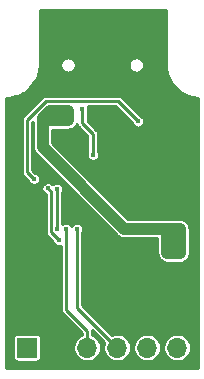
<source format=gbr>
%TF.GenerationSoftware,KiCad,Pcbnew,(5.1.9)-1*%
%TF.CreationDate,2021-05-04T17:18:08+07:00*%
%TF.ProjectId,usb_debug,7573625f-6465-4627-9567-2e6b69636164,rev?*%
%TF.SameCoordinates,Original*%
%TF.FileFunction,Copper,L2,Bot*%
%TF.FilePolarity,Positive*%
%FSLAX46Y46*%
G04 Gerber Fmt 4.6, Leading zero omitted, Abs format (unit mm)*
G04 Created by KiCad (PCBNEW (5.1.9)-1) date 2021-05-04 17:18:08*
%MOMM*%
%LPD*%
G01*
G04 APERTURE LIST*
%TA.AperFunction,ComponentPad*%
%ADD10O,1.700000X1.700000*%
%TD*%
%TA.AperFunction,ComponentPad*%
%ADD11R,1.700000X1.700000*%
%TD*%
%TA.AperFunction,ComponentPad*%
%ADD12O,1.000000X2.100000*%
%TD*%
%TA.AperFunction,ComponentPad*%
%ADD13O,1.000000X1.600000*%
%TD*%
%TA.AperFunction,ViaPad*%
%ADD14C,0.400000*%
%TD*%
%TA.AperFunction,Conductor*%
%ADD15C,1.000000*%
%TD*%
%TA.AperFunction,Conductor*%
%ADD16C,0.250000*%
%TD*%
%TA.AperFunction,Conductor*%
%ADD17C,0.254000*%
%TD*%
%TA.AperFunction,Conductor*%
%ADD18C,0.100000*%
%TD*%
G04 APERTURE END LIST*
D10*
%TO.P,J2,6*%
%TO.N,EN*%
X103890000Y-78120000D03*
%TO.P,J2,5*%
%TO.N,IO0*%
X101350000Y-78120000D03*
%TO.P,J2,4*%
%TO.N,RX0*%
X98810000Y-78120000D03*
%TO.P,J2,3*%
%TO.N,TX0*%
X96270000Y-78120000D03*
%TO.P,J2,2*%
%TO.N,GND*%
X93730000Y-78120000D03*
D11*
%TO.P,J2,1*%
%TO.N,+3V3*%
X91190000Y-78120000D03*
%TD*%
D12*
%TO.P,J1,S1*%
%TO.N,GND*%
X93220000Y-54730000D03*
X101860000Y-54730000D03*
D13*
X101860000Y-50550000D03*
X93220000Y-50550000D03*
%TD*%
D14*
%TO.N,+5V*%
X92500000Y-58839990D03*
X93180010Y-58839990D03*
X93930010Y-58839990D03*
X94660010Y-58839990D03*
X93150000Y-58060000D03*
X93930000Y-58060000D03*
X94680000Y-58060000D03*
X103000000Y-68060000D03*
X103010000Y-70000000D03*
X103960000Y-70030000D03*
X103940000Y-68070000D03*
X103950000Y-69090000D03*
X102990000Y-69080000D03*
%TO.N,GND*%
X96710000Y-62680000D03*
X100030000Y-60240000D03*
X101160000Y-60230000D03*
%TO.N,RX0*%
X95414990Y-68060000D03*
%TO.N,TX0*%
X94490000Y-68060000D03*
%TO.N,D+*%
X95850000Y-57900000D03*
X96750000Y-61800000D03*
%TO.N,RTS*%
X100580000Y-58970000D03*
X91750000Y-63840000D03*
%TO.N,Net-(R3-Pad2)*%
X93730000Y-64670000D03*
X93730000Y-68040000D03*
%TO.N,Net-(R4-Pad1)*%
X92930000Y-64640000D03*
X93860000Y-69030000D03*
%TD*%
D15*
%TO.N,+5V*%
X92500000Y-58839990D02*
X94660010Y-58839990D01*
X93150000Y-58060000D02*
X93930000Y-58060000D01*
X94660010Y-58839990D02*
X94660010Y-58309990D01*
X93930000Y-58060000D02*
X94680000Y-58060000D01*
X104120000Y-68050000D02*
X104120000Y-68100000D01*
X104120000Y-70120000D02*
X104120000Y-70120000D01*
X103090000Y-70120000D02*
X103050000Y-70080000D01*
X103050000Y-70080000D02*
X103050000Y-69080000D01*
X103050000Y-68960000D02*
X103540000Y-68470000D01*
X103050000Y-70080000D02*
X103050000Y-69820000D01*
X103050000Y-69820000D02*
X103570000Y-69300000D01*
X92500000Y-61150000D02*
X92500000Y-58839990D01*
X99400000Y-68050000D02*
X92500000Y-61150000D01*
X103050000Y-68960000D02*
X103050000Y-68200000D01*
X102900000Y-68050000D02*
X99400000Y-68050000D01*
X103050000Y-68200000D02*
X102945000Y-68095000D01*
X104120000Y-68050000D02*
X102900000Y-68050000D01*
X102945000Y-68095000D02*
X102900000Y-68050000D01*
X103050000Y-70080000D02*
X103050000Y-70080000D01*
X104120000Y-70120000D02*
X103090000Y-70120000D01*
X104120000Y-68100000D02*
X104120000Y-69120000D01*
X104120000Y-69120000D02*
X104120000Y-70120000D01*
X103050000Y-69080000D02*
X103050000Y-68960000D01*
X104120000Y-69120000D02*
X104120000Y-68060000D01*
X92500000Y-58710000D02*
X93150000Y-58060000D01*
X92500000Y-58839990D02*
X92500000Y-58710000D01*
D16*
%TO.N,RX0*%
X98810000Y-78120000D02*
X95420000Y-74730000D01*
X95420000Y-68065010D02*
X95414990Y-68060000D01*
X95420000Y-74730000D02*
X95420000Y-68065010D01*
%TO.N,TX0*%
X96270000Y-76680000D02*
X96270000Y-78120000D01*
X94490000Y-74900000D02*
X96270000Y-76680000D01*
X94490000Y-68060000D02*
X94490000Y-74900000D01*
%TO.N,D+*%
X95850000Y-57900000D02*
X95850000Y-57900000D01*
X95850000Y-57900000D02*
X95850000Y-59120000D01*
X95850000Y-59120000D02*
X96750000Y-60020000D01*
X96750000Y-61800000D02*
X96750000Y-60020000D01*
%TO.N,RTS*%
X92808269Y-57234991D02*
X91170000Y-58873260D01*
X98844990Y-57234990D02*
X92808269Y-57234991D01*
X100580000Y-58970000D02*
X98844990Y-57234990D01*
X91170000Y-58873260D02*
X91170000Y-63260000D01*
X91750000Y-63840000D02*
X91770000Y-63860000D01*
X91750000Y-63840000D02*
X91170000Y-63260000D01*
%TO.N,Net-(R3-Pad2)*%
X93730000Y-64670000D02*
X93730000Y-68040000D01*
X93730000Y-68040000D02*
X93730000Y-68040000D01*
%TO.N,Net-(R4-Pad1)*%
X93204999Y-64914999D02*
X92930000Y-64640000D01*
X93204999Y-68374999D02*
X93204999Y-64914999D01*
X93204999Y-68374999D02*
X93860000Y-69030000D01*
%TD*%
D17*
%TO.N,GND*%
X102925672Y-54081248D02*
X102926292Y-54087544D01*
X102964836Y-54547492D01*
X102967129Y-54560000D01*
X102969068Y-54572550D01*
X102969609Y-54574601D01*
X103111172Y-55096348D01*
X103116066Y-55109244D01*
X103120767Y-55122175D01*
X103121697Y-55124083D01*
X103361903Y-55608394D01*
X103369213Y-55620101D01*
X103376333Y-55631867D01*
X103377615Y-55633558D01*
X103707318Y-56061991D01*
X103716771Y-56072064D01*
X103726032Y-56082213D01*
X103727618Y-56083623D01*
X104134259Y-56439856D01*
X104145458Y-56447879D01*
X104156544Y-56456058D01*
X104158374Y-56457133D01*
X104626462Y-56727598D01*
X104639005Y-56733293D01*
X104651469Y-56739163D01*
X104653473Y-56739862D01*
X105165181Y-56914258D01*
X105178598Y-56917410D01*
X105191959Y-56920746D01*
X105194060Y-56921042D01*
X105648347Y-56981815D01*
X105648346Y-79882472D01*
X105647848Y-79887481D01*
X105646494Y-79887622D01*
X89432692Y-79887622D01*
X89432378Y-79879100D01*
X89432335Y-77270000D01*
X90011418Y-77270000D01*
X90011418Y-78970000D01*
X90017732Y-79034103D01*
X90036430Y-79095743D01*
X90066794Y-79152550D01*
X90107657Y-79202343D01*
X90157450Y-79243206D01*
X90214257Y-79273570D01*
X90275897Y-79292268D01*
X90340000Y-79298582D01*
X92040000Y-79298582D01*
X92104103Y-79292268D01*
X92165743Y-79273570D01*
X92222550Y-79243206D01*
X92272343Y-79202343D01*
X92313206Y-79152550D01*
X92343570Y-79095743D01*
X92362268Y-79034103D01*
X92368582Y-78970000D01*
X92368582Y-77270000D01*
X92362268Y-77205897D01*
X92343570Y-77144257D01*
X92313206Y-77087450D01*
X92272343Y-77037657D01*
X92222550Y-76996794D01*
X92165743Y-76966430D01*
X92104103Y-76947732D01*
X92040000Y-76941418D01*
X90340000Y-76941418D01*
X90275897Y-76947732D01*
X90214257Y-76966430D01*
X90157450Y-76996794D01*
X90107657Y-77037657D01*
X90066794Y-77087450D01*
X90036430Y-77144257D01*
X90017732Y-77205897D01*
X90011418Y-77270000D01*
X89432335Y-77270000D01*
X89432127Y-64588095D01*
X92403000Y-64588095D01*
X92403000Y-64691905D01*
X92423252Y-64793720D01*
X92462979Y-64889628D01*
X92520652Y-64975943D01*
X92594057Y-65049348D01*
X92680372Y-65107021D01*
X92753000Y-65137105D01*
X92752999Y-68352794D01*
X92750812Y-68374999D01*
X92759539Y-68463606D01*
X92776403Y-68519197D01*
X92785385Y-68548808D01*
X92827356Y-68627331D01*
X92883840Y-68696158D01*
X92901099Y-68710322D01*
X93347977Y-69157202D01*
X93353252Y-69183720D01*
X93392979Y-69279628D01*
X93450652Y-69365943D01*
X93524057Y-69439348D01*
X93610372Y-69497021D01*
X93706280Y-69536748D01*
X93808095Y-69557000D01*
X93911905Y-69557000D01*
X94013720Y-69536748D01*
X94038000Y-69526691D01*
X94038001Y-74877785D01*
X94035813Y-74900000D01*
X94044540Y-74988607D01*
X94070386Y-75073809D01*
X94070387Y-75073810D01*
X94112358Y-75152333D01*
X94168842Y-75221159D01*
X94186096Y-75235319D01*
X95818000Y-76867225D01*
X95818000Y-77033248D01*
X95712481Y-77076956D01*
X95519706Y-77205764D01*
X95355764Y-77369706D01*
X95226956Y-77562481D01*
X95138231Y-77776682D01*
X95093000Y-78004076D01*
X95093000Y-78235924D01*
X95138231Y-78463318D01*
X95226956Y-78677519D01*
X95355764Y-78870294D01*
X95519706Y-79034236D01*
X95712481Y-79163044D01*
X95926682Y-79251769D01*
X96154076Y-79297000D01*
X96385924Y-79297000D01*
X96613318Y-79251769D01*
X96827519Y-79163044D01*
X97020294Y-79034236D01*
X97184236Y-78870294D01*
X97313044Y-78677519D01*
X97401769Y-78463318D01*
X97447000Y-78235924D01*
X97447000Y-78004076D01*
X97401769Y-77776682D01*
X97313044Y-77562481D01*
X97184236Y-77369706D01*
X97020294Y-77205764D01*
X96827519Y-77076956D01*
X96722000Y-77033249D01*
X96722000Y-76702204D01*
X96724187Y-76679999D01*
X96723467Y-76672691D01*
X97721939Y-77671162D01*
X97678231Y-77776682D01*
X97633000Y-78004076D01*
X97633000Y-78235924D01*
X97678231Y-78463318D01*
X97766956Y-78677519D01*
X97895764Y-78870294D01*
X98059706Y-79034236D01*
X98252481Y-79163044D01*
X98466682Y-79251769D01*
X98694076Y-79297000D01*
X98925924Y-79297000D01*
X99153318Y-79251769D01*
X99367519Y-79163044D01*
X99560294Y-79034236D01*
X99724236Y-78870294D01*
X99853044Y-78677519D01*
X99941769Y-78463318D01*
X99987000Y-78235924D01*
X99987000Y-78004076D01*
X100173000Y-78004076D01*
X100173000Y-78235924D01*
X100218231Y-78463318D01*
X100306956Y-78677519D01*
X100435764Y-78870294D01*
X100599706Y-79034236D01*
X100792481Y-79163044D01*
X101006682Y-79251769D01*
X101234076Y-79297000D01*
X101465924Y-79297000D01*
X101693318Y-79251769D01*
X101907519Y-79163044D01*
X102100294Y-79034236D01*
X102264236Y-78870294D01*
X102393044Y-78677519D01*
X102481769Y-78463318D01*
X102527000Y-78235924D01*
X102527000Y-78004076D01*
X102713000Y-78004076D01*
X102713000Y-78235924D01*
X102758231Y-78463318D01*
X102846956Y-78677519D01*
X102975764Y-78870294D01*
X103139706Y-79034236D01*
X103332481Y-79163044D01*
X103546682Y-79251769D01*
X103774076Y-79297000D01*
X104005924Y-79297000D01*
X104233318Y-79251769D01*
X104447519Y-79163044D01*
X104640294Y-79034236D01*
X104804236Y-78870294D01*
X104933044Y-78677519D01*
X105021769Y-78463318D01*
X105067000Y-78235924D01*
X105067000Y-78004076D01*
X105021769Y-77776682D01*
X104933044Y-77562481D01*
X104804236Y-77369706D01*
X104640294Y-77205764D01*
X104447519Y-77076956D01*
X104233318Y-76988231D01*
X104005924Y-76943000D01*
X103774076Y-76943000D01*
X103546682Y-76988231D01*
X103332481Y-77076956D01*
X103139706Y-77205764D01*
X102975764Y-77369706D01*
X102846956Y-77562481D01*
X102758231Y-77776682D01*
X102713000Y-78004076D01*
X102527000Y-78004076D01*
X102481769Y-77776682D01*
X102393044Y-77562481D01*
X102264236Y-77369706D01*
X102100294Y-77205764D01*
X101907519Y-77076956D01*
X101693318Y-76988231D01*
X101465924Y-76943000D01*
X101234076Y-76943000D01*
X101006682Y-76988231D01*
X100792481Y-77076956D01*
X100599706Y-77205764D01*
X100435764Y-77369706D01*
X100306956Y-77562481D01*
X100218231Y-77776682D01*
X100173000Y-78004076D01*
X99987000Y-78004076D01*
X99941769Y-77776682D01*
X99853044Y-77562481D01*
X99724236Y-77369706D01*
X99560294Y-77205764D01*
X99367519Y-77076956D01*
X99153318Y-76988231D01*
X98925924Y-76943000D01*
X98694076Y-76943000D01*
X98466682Y-76988231D01*
X98361162Y-77031939D01*
X95872000Y-74542777D01*
X95872000Y-68324611D01*
X95882011Y-68309628D01*
X95921738Y-68213720D01*
X95941990Y-68111905D01*
X95941990Y-68008095D01*
X95921738Y-67906280D01*
X95882011Y-67810372D01*
X95824338Y-67724057D01*
X95750933Y-67650652D01*
X95664618Y-67592979D01*
X95568710Y-67553252D01*
X95466895Y-67533000D01*
X95363085Y-67533000D01*
X95261270Y-67553252D01*
X95165362Y-67592979D01*
X95079047Y-67650652D01*
X95005642Y-67724057D01*
X94952495Y-67803598D01*
X94899348Y-67724057D01*
X94825943Y-67650652D01*
X94739628Y-67592979D01*
X94643720Y-67553252D01*
X94541905Y-67533000D01*
X94438095Y-67533000D01*
X94336280Y-67553252D01*
X94240372Y-67592979D01*
X94182000Y-67631981D01*
X94182000Y-64942109D01*
X94197021Y-64919628D01*
X94236748Y-64823720D01*
X94257000Y-64721905D01*
X94257000Y-64618095D01*
X94236748Y-64516280D01*
X94197021Y-64420372D01*
X94139348Y-64334057D01*
X94065943Y-64260652D01*
X93979628Y-64202979D01*
X93883720Y-64163252D01*
X93781905Y-64143000D01*
X93678095Y-64143000D01*
X93576280Y-64163252D01*
X93480372Y-64202979D01*
X93394057Y-64260652D01*
X93343876Y-64310833D01*
X93339348Y-64304057D01*
X93265943Y-64230652D01*
X93179628Y-64172979D01*
X93083720Y-64133252D01*
X92981905Y-64113000D01*
X92878095Y-64113000D01*
X92776280Y-64133252D01*
X92680372Y-64172979D01*
X92594057Y-64230652D01*
X92520652Y-64304057D01*
X92462979Y-64390372D01*
X92423252Y-64486280D01*
X92403000Y-64588095D01*
X89432127Y-64588095D01*
X89432032Y-58873260D01*
X90715813Y-58873260D01*
X90718000Y-58895465D01*
X90718001Y-63237785D01*
X90715813Y-63260000D01*
X90724540Y-63348607D01*
X90750386Y-63433809D01*
X90750387Y-63433810D01*
X90792358Y-63512333D01*
X90848842Y-63581159D01*
X90866096Y-63595319D01*
X91237977Y-63967201D01*
X91243252Y-63993720D01*
X91282979Y-64089628D01*
X91340652Y-64175943D01*
X91414057Y-64249348D01*
X91500372Y-64307021D01*
X91596280Y-64346748D01*
X91698095Y-64367000D01*
X91801905Y-64367000D01*
X91903720Y-64346748D01*
X91999628Y-64307021D01*
X92085943Y-64249348D01*
X92159348Y-64175943D01*
X92217021Y-64089628D01*
X92256748Y-63993720D01*
X92277000Y-63891905D01*
X92277000Y-63788095D01*
X92256748Y-63686280D01*
X92217021Y-63590372D01*
X92159348Y-63504057D01*
X92085943Y-63430652D01*
X91999628Y-63372979D01*
X91903720Y-63333252D01*
X91877201Y-63327977D01*
X91622000Y-63072777D01*
X91622000Y-59060483D01*
X91673001Y-59009482D01*
X91673000Y-61109386D01*
X91669000Y-61150000D01*
X91673000Y-61190614D01*
X91673000Y-61190623D01*
X91684966Y-61312119D01*
X91732255Y-61468009D01*
X91732256Y-61468010D01*
X91809048Y-61611679D01*
X91837445Y-61646280D01*
X91912394Y-61737606D01*
X91943952Y-61763505D01*
X98786504Y-68606059D01*
X98812394Y-68637606D01*
X98843941Y-68663496D01*
X98843948Y-68663503D01*
X98938320Y-68740952D01*
X99081989Y-68817745D01*
X99123615Y-68830372D01*
X99237880Y-68865034D01*
X99359376Y-68877000D01*
X99359386Y-68877000D01*
X99400000Y-68881000D01*
X99440614Y-68877000D01*
X102223000Y-68877000D01*
X102223000Y-68919386D01*
X102219000Y-68960000D01*
X102223000Y-69000614D01*
X102223000Y-69120623D01*
X102223001Y-69120632D01*
X102223000Y-69779373D01*
X102223000Y-69779386D01*
X102219000Y-69820000D01*
X102223000Y-69860614D01*
X102223000Y-70039376D01*
X102218999Y-70080000D01*
X102234966Y-70242120D01*
X102282255Y-70398010D01*
X102359048Y-70541679D01*
X102448766Y-70651000D01*
X102462394Y-70667606D01*
X102484364Y-70685636D01*
X102502394Y-70707606D01*
X102628321Y-70810952D01*
X102771990Y-70887745D01*
X102927880Y-70935034D01*
X103049376Y-70947000D01*
X103049386Y-70947000D01*
X103090000Y-70951000D01*
X103130614Y-70947000D01*
X104079376Y-70947000D01*
X104120000Y-70951001D01*
X104282120Y-70935034D01*
X104438010Y-70887745D01*
X104581679Y-70810952D01*
X104707606Y-70707606D01*
X104810952Y-70581679D01*
X104887745Y-70438010D01*
X104935034Y-70282120D01*
X104947000Y-70160624D01*
X104951001Y-70120000D01*
X104947000Y-70079376D01*
X104947000Y-68090624D01*
X104951001Y-68050000D01*
X104935034Y-67887880D01*
X104887745Y-67731990D01*
X104810952Y-67588321D01*
X104707606Y-67462394D01*
X104581679Y-67359048D01*
X104438010Y-67282255D01*
X104282120Y-67234966D01*
X104160624Y-67223000D01*
X104120000Y-67218999D01*
X104079376Y-67223000D01*
X102940614Y-67223000D01*
X102900000Y-67219000D01*
X102859386Y-67223000D01*
X99742555Y-67223000D01*
X93327000Y-60807447D01*
X93327000Y-59666990D01*
X94619386Y-59666990D01*
X94660010Y-59670991D01*
X94700634Y-59666990D01*
X94822130Y-59655024D01*
X94978020Y-59607735D01*
X95121689Y-59530942D01*
X95247616Y-59427596D01*
X95350962Y-59301669D01*
X95403943Y-59202548D01*
X95404540Y-59208607D01*
X95430386Y-59293809D01*
X95469502Y-59366990D01*
X95472358Y-59372333D01*
X95528842Y-59441159D01*
X95546096Y-59455319D01*
X96298001Y-60207226D01*
X96298000Y-61527891D01*
X96282979Y-61550372D01*
X96243252Y-61646280D01*
X96223000Y-61748095D01*
X96223000Y-61851905D01*
X96243252Y-61953720D01*
X96282979Y-62049628D01*
X96340652Y-62135943D01*
X96414057Y-62209348D01*
X96500372Y-62267021D01*
X96596280Y-62306748D01*
X96698095Y-62327000D01*
X96801905Y-62327000D01*
X96903720Y-62306748D01*
X96999628Y-62267021D01*
X97085943Y-62209348D01*
X97159348Y-62135943D01*
X97217021Y-62049628D01*
X97256748Y-61953720D01*
X97277000Y-61851905D01*
X97277000Y-61748095D01*
X97256748Y-61646280D01*
X97217021Y-61550372D01*
X97202000Y-61527891D01*
X97202000Y-60042204D01*
X97204187Y-60019999D01*
X97195460Y-59931392D01*
X97189444Y-59911562D01*
X97169614Y-59846190D01*
X97127643Y-59767667D01*
X97071159Y-59698841D01*
X97053910Y-59684685D01*
X96302000Y-58932777D01*
X96302000Y-58172109D01*
X96317021Y-58149628D01*
X96356748Y-58053720D01*
X96377000Y-57951905D01*
X96377000Y-57848095D01*
X96356748Y-57746280D01*
X96332189Y-57686990D01*
X98657766Y-57686989D01*
X100067977Y-59097201D01*
X100073252Y-59123720D01*
X100112979Y-59219628D01*
X100170652Y-59305943D01*
X100244057Y-59379348D01*
X100330372Y-59437021D01*
X100426280Y-59476748D01*
X100528095Y-59497000D01*
X100631905Y-59497000D01*
X100733720Y-59476748D01*
X100829628Y-59437021D01*
X100915943Y-59379348D01*
X100989348Y-59305943D01*
X101047021Y-59219628D01*
X101086748Y-59123720D01*
X101107000Y-59021905D01*
X101107000Y-58918095D01*
X101086748Y-58816280D01*
X101047021Y-58720372D01*
X100989348Y-58634057D01*
X100915943Y-58560652D01*
X100829628Y-58502979D01*
X100733720Y-58463252D01*
X100707201Y-58457977D01*
X99180308Y-56931085D01*
X99166148Y-56913831D01*
X99097322Y-56857347D01*
X99018799Y-56815376D01*
X99006602Y-56811676D01*
X98933597Y-56789530D01*
X98844990Y-56780803D01*
X98822785Y-56782990D01*
X92830483Y-56782992D01*
X92808268Y-56780804D01*
X92719661Y-56789531D01*
X92634459Y-56815378D01*
X92555935Y-56857349D01*
X92504357Y-56899678D01*
X92504353Y-56899682D01*
X92487110Y-56913833D01*
X92472959Y-56931076D01*
X90866100Y-58537937D01*
X90848841Y-58552101D01*
X90792357Y-58620928D01*
X90768366Y-58665813D01*
X90750386Y-58699451D01*
X90724540Y-58784653D01*
X90715813Y-58873260D01*
X89432032Y-58873260D01*
X89432000Y-56983164D01*
X89812428Y-56950551D01*
X89825071Y-56948207D01*
X89837760Y-56946198D01*
X89839809Y-56945649D01*
X90361008Y-56802087D01*
X90373879Y-56797146D01*
X90386799Y-56792392D01*
X90388703Y-56791455D01*
X90872092Y-56549393D01*
X90883789Y-56542027D01*
X90895509Y-56534873D01*
X90897195Y-56533585D01*
X91324360Y-56202242D01*
X91334396Y-56192751D01*
X91344510Y-56183451D01*
X91345914Y-56181859D01*
X91700586Y-55773855D01*
X91708568Y-55762623D01*
X91716703Y-55751508D01*
X91717770Y-55749674D01*
X91986439Y-55280552D01*
X91992100Y-55267956D01*
X91997908Y-55255500D01*
X91998599Y-55253494D01*
X92171032Y-54741122D01*
X92174139Y-54727662D01*
X92177417Y-54714319D01*
X92177705Y-54712217D01*
X92245711Y-54188598D01*
X92246399Y-54186330D01*
X92248599Y-54163995D01*
X92248599Y-54135784D01*
X93998000Y-54135784D01*
X93998000Y-54264216D01*
X94023056Y-54390181D01*
X94072205Y-54508838D01*
X94143558Y-54615626D01*
X94234374Y-54706442D01*
X94341162Y-54777795D01*
X94459819Y-54826944D01*
X94585784Y-54852000D01*
X94714216Y-54852000D01*
X94840181Y-54826944D01*
X94958838Y-54777795D01*
X95065626Y-54706442D01*
X95156442Y-54615626D01*
X95227795Y-54508838D01*
X95276944Y-54390181D01*
X95302000Y-54264216D01*
X95302000Y-54135784D01*
X99778000Y-54135784D01*
X99778000Y-54264216D01*
X99803056Y-54390181D01*
X99852205Y-54508838D01*
X99923558Y-54615626D01*
X100014374Y-54706442D01*
X100121162Y-54777795D01*
X100239819Y-54826944D01*
X100365784Y-54852000D01*
X100494216Y-54852000D01*
X100620181Y-54826944D01*
X100738838Y-54777795D01*
X100845626Y-54706442D01*
X100936442Y-54615626D01*
X101007795Y-54508838D01*
X101056944Y-54390181D01*
X101082000Y-54264216D01*
X101082000Y-54135784D01*
X101056944Y-54009819D01*
X101007795Y-53891162D01*
X100936442Y-53784374D01*
X100845626Y-53693558D01*
X100738838Y-53622205D01*
X100620181Y-53573056D01*
X100494216Y-53548000D01*
X100365784Y-53548000D01*
X100239819Y-53573056D01*
X100121162Y-53622205D01*
X100014374Y-53693558D01*
X99923558Y-53784374D01*
X99852205Y-53891162D01*
X99803056Y-54009819D01*
X99778000Y-54135784D01*
X95302000Y-54135784D01*
X95276944Y-54009819D01*
X95227795Y-53891162D01*
X95156442Y-53784374D01*
X95065626Y-53693558D01*
X94958838Y-53622205D01*
X94840181Y-53573056D01*
X94714216Y-53548000D01*
X94585784Y-53548000D01*
X94459819Y-53573056D01*
X94341162Y-53622205D01*
X94234374Y-53693558D01*
X94143558Y-53784374D01*
X94072205Y-53891162D01*
X94023056Y-54009819D01*
X93998000Y-54135784D01*
X92248599Y-54135784D01*
X92248599Y-49572000D01*
X102925673Y-49572000D01*
X102925672Y-54081248D01*
%TA.AperFunction,Conductor*%
D18*
G36*
X102925672Y-54081248D02*
G01*
X102926292Y-54087544D01*
X102964836Y-54547492D01*
X102967129Y-54560000D01*
X102969068Y-54572550D01*
X102969609Y-54574601D01*
X103111172Y-55096348D01*
X103116066Y-55109244D01*
X103120767Y-55122175D01*
X103121697Y-55124083D01*
X103361903Y-55608394D01*
X103369213Y-55620101D01*
X103376333Y-55631867D01*
X103377615Y-55633558D01*
X103707318Y-56061991D01*
X103716771Y-56072064D01*
X103726032Y-56082213D01*
X103727618Y-56083623D01*
X104134259Y-56439856D01*
X104145458Y-56447879D01*
X104156544Y-56456058D01*
X104158374Y-56457133D01*
X104626462Y-56727598D01*
X104639005Y-56733293D01*
X104651469Y-56739163D01*
X104653473Y-56739862D01*
X105165181Y-56914258D01*
X105178598Y-56917410D01*
X105191959Y-56920746D01*
X105194060Y-56921042D01*
X105648347Y-56981815D01*
X105648346Y-79882472D01*
X105647848Y-79887481D01*
X105646494Y-79887622D01*
X89432692Y-79887622D01*
X89432378Y-79879100D01*
X89432335Y-77270000D01*
X90011418Y-77270000D01*
X90011418Y-78970000D01*
X90017732Y-79034103D01*
X90036430Y-79095743D01*
X90066794Y-79152550D01*
X90107657Y-79202343D01*
X90157450Y-79243206D01*
X90214257Y-79273570D01*
X90275897Y-79292268D01*
X90340000Y-79298582D01*
X92040000Y-79298582D01*
X92104103Y-79292268D01*
X92165743Y-79273570D01*
X92222550Y-79243206D01*
X92272343Y-79202343D01*
X92313206Y-79152550D01*
X92343570Y-79095743D01*
X92362268Y-79034103D01*
X92368582Y-78970000D01*
X92368582Y-77270000D01*
X92362268Y-77205897D01*
X92343570Y-77144257D01*
X92313206Y-77087450D01*
X92272343Y-77037657D01*
X92222550Y-76996794D01*
X92165743Y-76966430D01*
X92104103Y-76947732D01*
X92040000Y-76941418D01*
X90340000Y-76941418D01*
X90275897Y-76947732D01*
X90214257Y-76966430D01*
X90157450Y-76996794D01*
X90107657Y-77037657D01*
X90066794Y-77087450D01*
X90036430Y-77144257D01*
X90017732Y-77205897D01*
X90011418Y-77270000D01*
X89432335Y-77270000D01*
X89432127Y-64588095D01*
X92403000Y-64588095D01*
X92403000Y-64691905D01*
X92423252Y-64793720D01*
X92462979Y-64889628D01*
X92520652Y-64975943D01*
X92594057Y-65049348D01*
X92680372Y-65107021D01*
X92753000Y-65137105D01*
X92752999Y-68352794D01*
X92750812Y-68374999D01*
X92759539Y-68463606D01*
X92776403Y-68519197D01*
X92785385Y-68548808D01*
X92827356Y-68627331D01*
X92883840Y-68696158D01*
X92901099Y-68710322D01*
X93347977Y-69157202D01*
X93353252Y-69183720D01*
X93392979Y-69279628D01*
X93450652Y-69365943D01*
X93524057Y-69439348D01*
X93610372Y-69497021D01*
X93706280Y-69536748D01*
X93808095Y-69557000D01*
X93911905Y-69557000D01*
X94013720Y-69536748D01*
X94038000Y-69526691D01*
X94038001Y-74877785D01*
X94035813Y-74900000D01*
X94044540Y-74988607D01*
X94070386Y-75073809D01*
X94070387Y-75073810D01*
X94112358Y-75152333D01*
X94168842Y-75221159D01*
X94186096Y-75235319D01*
X95818000Y-76867225D01*
X95818000Y-77033248D01*
X95712481Y-77076956D01*
X95519706Y-77205764D01*
X95355764Y-77369706D01*
X95226956Y-77562481D01*
X95138231Y-77776682D01*
X95093000Y-78004076D01*
X95093000Y-78235924D01*
X95138231Y-78463318D01*
X95226956Y-78677519D01*
X95355764Y-78870294D01*
X95519706Y-79034236D01*
X95712481Y-79163044D01*
X95926682Y-79251769D01*
X96154076Y-79297000D01*
X96385924Y-79297000D01*
X96613318Y-79251769D01*
X96827519Y-79163044D01*
X97020294Y-79034236D01*
X97184236Y-78870294D01*
X97313044Y-78677519D01*
X97401769Y-78463318D01*
X97447000Y-78235924D01*
X97447000Y-78004076D01*
X97401769Y-77776682D01*
X97313044Y-77562481D01*
X97184236Y-77369706D01*
X97020294Y-77205764D01*
X96827519Y-77076956D01*
X96722000Y-77033249D01*
X96722000Y-76702204D01*
X96724187Y-76679999D01*
X96723467Y-76672691D01*
X97721939Y-77671162D01*
X97678231Y-77776682D01*
X97633000Y-78004076D01*
X97633000Y-78235924D01*
X97678231Y-78463318D01*
X97766956Y-78677519D01*
X97895764Y-78870294D01*
X98059706Y-79034236D01*
X98252481Y-79163044D01*
X98466682Y-79251769D01*
X98694076Y-79297000D01*
X98925924Y-79297000D01*
X99153318Y-79251769D01*
X99367519Y-79163044D01*
X99560294Y-79034236D01*
X99724236Y-78870294D01*
X99853044Y-78677519D01*
X99941769Y-78463318D01*
X99987000Y-78235924D01*
X99987000Y-78004076D01*
X100173000Y-78004076D01*
X100173000Y-78235924D01*
X100218231Y-78463318D01*
X100306956Y-78677519D01*
X100435764Y-78870294D01*
X100599706Y-79034236D01*
X100792481Y-79163044D01*
X101006682Y-79251769D01*
X101234076Y-79297000D01*
X101465924Y-79297000D01*
X101693318Y-79251769D01*
X101907519Y-79163044D01*
X102100294Y-79034236D01*
X102264236Y-78870294D01*
X102393044Y-78677519D01*
X102481769Y-78463318D01*
X102527000Y-78235924D01*
X102527000Y-78004076D01*
X102713000Y-78004076D01*
X102713000Y-78235924D01*
X102758231Y-78463318D01*
X102846956Y-78677519D01*
X102975764Y-78870294D01*
X103139706Y-79034236D01*
X103332481Y-79163044D01*
X103546682Y-79251769D01*
X103774076Y-79297000D01*
X104005924Y-79297000D01*
X104233318Y-79251769D01*
X104447519Y-79163044D01*
X104640294Y-79034236D01*
X104804236Y-78870294D01*
X104933044Y-78677519D01*
X105021769Y-78463318D01*
X105067000Y-78235924D01*
X105067000Y-78004076D01*
X105021769Y-77776682D01*
X104933044Y-77562481D01*
X104804236Y-77369706D01*
X104640294Y-77205764D01*
X104447519Y-77076956D01*
X104233318Y-76988231D01*
X104005924Y-76943000D01*
X103774076Y-76943000D01*
X103546682Y-76988231D01*
X103332481Y-77076956D01*
X103139706Y-77205764D01*
X102975764Y-77369706D01*
X102846956Y-77562481D01*
X102758231Y-77776682D01*
X102713000Y-78004076D01*
X102527000Y-78004076D01*
X102481769Y-77776682D01*
X102393044Y-77562481D01*
X102264236Y-77369706D01*
X102100294Y-77205764D01*
X101907519Y-77076956D01*
X101693318Y-76988231D01*
X101465924Y-76943000D01*
X101234076Y-76943000D01*
X101006682Y-76988231D01*
X100792481Y-77076956D01*
X100599706Y-77205764D01*
X100435764Y-77369706D01*
X100306956Y-77562481D01*
X100218231Y-77776682D01*
X100173000Y-78004076D01*
X99987000Y-78004076D01*
X99941769Y-77776682D01*
X99853044Y-77562481D01*
X99724236Y-77369706D01*
X99560294Y-77205764D01*
X99367519Y-77076956D01*
X99153318Y-76988231D01*
X98925924Y-76943000D01*
X98694076Y-76943000D01*
X98466682Y-76988231D01*
X98361162Y-77031939D01*
X95872000Y-74542777D01*
X95872000Y-68324611D01*
X95882011Y-68309628D01*
X95921738Y-68213720D01*
X95941990Y-68111905D01*
X95941990Y-68008095D01*
X95921738Y-67906280D01*
X95882011Y-67810372D01*
X95824338Y-67724057D01*
X95750933Y-67650652D01*
X95664618Y-67592979D01*
X95568710Y-67553252D01*
X95466895Y-67533000D01*
X95363085Y-67533000D01*
X95261270Y-67553252D01*
X95165362Y-67592979D01*
X95079047Y-67650652D01*
X95005642Y-67724057D01*
X94952495Y-67803598D01*
X94899348Y-67724057D01*
X94825943Y-67650652D01*
X94739628Y-67592979D01*
X94643720Y-67553252D01*
X94541905Y-67533000D01*
X94438095Y-67533000D01*
X94336280Y-67553252D01*
X94240372Y-67592979D01*
X94182000Y-67631981D01*
X94182000Y-64942109D01*
X94197021Y-64919628D01*
X94236748Y-64823720D01*
X94257000Y-64721905D01*
X94257000Y-64618095D01*
X94236748Y-64516280D01*
X94197021Y-64420372D01*
X94139348Y-64334057D01*
X94065943Y-64260652D01*
X93979628Y-64202979D01*
X93883720Y-64163252D01*
X93781905Y-64143000D01*
X93678095Y-64143000D01*
X93576280Y-64163252D01*
X93480372Y-64202979D01*
X93394057Y-64260652D01*
X93343876Y-64310833D01*
X93339348Y-64304057D01*
X93265943Y-64230652D01*
X93179628Y-64172979D01*
X93083720Y-64133252D01*
X92981905Y-64113000D01*
X92878095Y-64113000D01*
X92776280Y-64133252D01*
X92680372Y-64172979D01*
X92594057Y-64230652D01*
X92520652Y-64304057D01*
X92462979Y-64390372D01*
X92423252Y-64486280D01*
X92403000Y-64588095D01*
X89432127Y-64588095D01*
X89432032Y-58873260D01*
X90715813Y-58873260D01*
X90718000Y-58895465D01*
X90718001Y-63237785D01*
X90715813Y-63260000D01*
X90724540Y-63348607D01*
X90750386Y-63433809D01*
X90750387Y-63433810D01*
X90792358Y-63512333D01*
X90848842Y-63581159D01*
X90866096Y-63595319D01*
X91237977Y-63967201D01*
X91243252Y-63993720D01*
X91282979Y-64089628D01*
X91340652Y-64175943D01*
X91414057Y-64249348D01*
X91500372Y-64307021D01*
X91596280Y-64346748D01*
X91698095Y-64367000D01*
X91801905Y-64367000D01*
X91903720Y-64346748D01*
X91999628Y-64307021D01*
X92085943Y-64249348D01*
X92159348Y-64175943D01*
X92217021Y-64089628D01*
X92256748Y-63993720D01*
X92277000Y-63891905D01*
X92277000Y-63788095D01*
X92256748Y-63686280D01*
X92217021Y-63590372D01*
X92159348Y-63504057D01*
X92085943Y-63430652D01*
X91999628Y-63372979D01*
X91903720Y-63333252D01*
X91877201Y-63327977D01*
X91622000Y-63072777D01*
X91622000Y-59060483D01*
X91673001Y-59009482D01*
X91673000Y-61109386D01*
X91669000Y-61150000D01*
X91673000Y-61190614D01*
X91673000Y-61190623D01*
X91684966Y-61312119D01*
X91732255Y-61468009D01*
X91732256Y-61468010D01*
X91809048Y-61611679D01*
X91837445Y-61646280D01*
X91912394Y-61737606D01*
X91943952Y-61763505D01*
X98786504Y-68606059D01*
X98812394Y-68637606D01*
X98843941Y-68663496D01*
X98843948Y-68663503D01*
X98938320Y-68740952D01*
X99081989Y-68817745D01*
X99123615Y-68830372D01*
X99237880Y-68865034D01*
X99359376Y-68877000D01*
X99359386Y-68877000D01*
X99400000Y-68881000D01*
X99440614Y-68877000D01*
X102223000Y-68877000D01*
X102223000Y-68919386D01*
X102219000Y-68960000D01*
X102223000Y-69000614D01*
X102223000Y-69120623D01*
X102223001Y-69120632D01*
X102223000Y-69779373D01*
X102223000Y-69779386D01*
X102219000Y-69820000D01*
X102223000Y-69860614D01*
X102223000Y-70039376D01*
X102218999Y-70080000D01*
X102234966Y-70242120D01*
X102282255Y-70398010D01*
X102359048Y-70541679D01*
X102448766Y-70651000D01*
X102462394Y-70667606D01*
X102484364Y-70685636D01*
X102502394Y-70707606D01*
X102628321Y-70810952D01*
X102771990Y-70887745D01*
X102927880Y-70935034D01*
X103049376Y-70947000D01*
X103049386Y-70947000D01*
X103090000Y-70951000D01*
X103130614Y-70947000D01*
X104079376Y-70947000D01*
X104120000Y-70951001D01*
X104282120Y-70935034D01*
X104438010Y-70887745D01*
X104581679Y-70810952D01*
X104707606Y-70707606D01*
X104810952Y-70581679D01*
X104887745Y-70438010D01*
X104935034Y-70282120D01*
X104947000Y-70160624D01*
X104951001Y-70120000D01*
X104947000Y-70079376D01*
X104947000Y-68090624D01*
X104951001Y-68050000D01*
X104935034Y-67887880D01*
X104887745Y-67731990D01*
X104810952Y-67588321D01*
X104707606Y-67462394D01*
X104581679Y-67359048D01*
X104438010Y-67282255D01*
X104282120Y-67234966D01*
X104160624Y-67223000D01*
X104120000Y-67218999D01*
X104079376Y-67223000D01*
X102940614Y-67223000D01*
X102900000Y-67219000D01*
X102859386Y-67223000D01*
X99742555Y-67223000D01*
X93327000Y-60807447D01*
X93327000Y-59666990D01*
X94619386Y-59666990D01*
X94660010Y-59670991D01*
X94700634Y-59666990D01*
X94822130Y-59655024D01*
X94978020Y-59607735D01*
X95121689Y-59530942D01*
X95247616Y-59427596D01*
X95350962Y-59301669D01*
X95403943Y-59202548D01*
X95404540Y-59208607D01*
X95430386Y-59293809D01*
X95469502Y-59366990D01*
X95472358Y-59372333D01*
X95528842Y-59441159D01*
X95546096Y-59455319D01*
X96298001Y-60207226D01*
X96298000Y-61527891D01*
X96282979Y-61550372D01*
X96243252Y-61646280D01*
X96223000Y-61748095D01*
X96223000Y-61851905D01*
X96243252Y-61953720D01*
X96282979Y-62049628D01*
X96340652Y-62135943D01*
X96414057Y-62209348D01*
X96500372Y-62267021D01*
X96596280Y-62306748D01*
X96698095Y-62327000D01*
X96801905Y-62327000D01*
X96903720Y-62306748D01*
X96999628Y-62267021D01*
X97085943Y-62209348D01*
X97159348Y-62135943D01*
X97217021Y-62049628D01*
X97256748Y-61953720D01*
X97277000Y-61851905D01*
X97277000Y-61748095D01*
X97256748Y-61646280D01*
X97217021Y-61550372D01*
X97202000Y-61527891D01*
X97202000Y-60042204D01*
X97204187Y-60019999D01*
X97195460Y-59931392D01*
X97189444Y-59911562D01*
X97169614Y-59846190D01*
X97127643Y-59767667D01*
X97071159Y-59698841D01*
X97053910Y-59684685D01*
X96302000Y-58932777D01*
X96302000Y-58172109D01*
X96317021Y-58149628D01*
X96356748Y-58053720D01*
X96377000Y-57951905D01*
X96377000Y-57848095D01*
X96356748Y-57746280D01*
X96332189Y-57686990D01*
X98657766Y-57686989D01*
X100067977Y-59097201D01*
X100073252Y-59123720D01*
X100112979Y-59219628D01*
X100170652Y-59305943D01*
X100244057Y-59379348D01*
X100330372Y-59437021D01*
X100426280Y-59476748D01*
X100528095Y-59497000D01*
X100631905Y-59497000D01*
X100733720Y-59476748D01*
X100829628Y-59437021D01*
X100915943Y-59379348D01*
X100989348Y-59305943D01*
X101047021Y-59219628D01*
X101086748Y-59123720D01*
X101107000Y-59021905D01*
X101107000Y-58918095D01*
X101086748Y-58816280D01*
X101047021Y-58720372D01*
X100989348Y-58634057D01*
X100915943Y-58560652D01*
X100829628Y-58502979D01*
X100733720Y-58463252D01*
X100707201Y-58457977D01*
X99180308Y-56931085D01*
X99166148Y-56913831D01*
X99097322Y-56857347D01*
X99018799Y-56815376D01*
X99006602Y-56811676D01*
X98933597Y-56789530D01*
X98844990Y-56780803D01*
X98822785Y-56782990D01*
X92830483Y-56782992D01*
X92808268Y-56780804D01*
X92719661Y-56789531D01*
X92634459Y-56815378D01*
X92555935Y-56857349D01*
X92504357Y-56899678D01*
X92504353Y-56899682D01*
X92487110Y-56913833D01*
X92472959Y-56931076D01*
X90866100Y-58537937D01*
X90848841Y-58552101D01*
X90792357Y-58620928D01*
X90768366Y-58665813D01*
X90750386Y-58699451D01*
X90724540Y-58784653D01*
X90715813Y-58873260D01*
X89432032Y-58873260D01*
X89432000Y-56983164D01*
X89812428Y-56950551D01*
X89825071Y-56948207D01*
X89837760Y-56946198D01*
X89839809Y-56945649D01*
X90361008Y-56802087D01*
X90373879Y-56797146D01*
X90386799Y-56792392D01*
X90388703Y-56791455D01*
X90872092Y-56549393D01*
X90883789Y-56542027D01*
X90895509Y-56534873D01*
X90897195Y-56533585D01*
X91324360Y-56202242D01*
X91334396Y-56192751D01*
X91344510Y-56183451D01*
X91345914Y-56181859D01*
X91700586Y-55773855D01*
X91708568Y-55762623D01*
X91716703Y-55751508D01*
X91717770Y-55749674D01*
X91986439Y-55280552D01*
X91992100Y-55267956D01*
X91997908Y-55255500D01*
X91998599Y-55253494D01*
X92171032Y-54741122D01*
X92174139Y-54727662D01*
X92177417Y-54714319D01*
X92177705Y-54712217D01*
X92245711Y-54188598D01*
X92246399Y-54186330D01*
X92248599Y-54163995D01*
X92248599Y-54135784D01*
X93998000Y-54135784D01*
X93998000Y-54264216D01*
X94023056Y-54390181D01*
X94072205Y-54508838D01*
X94143558Y-54615626D01*
X94234374Y-54706442D01*
X94341162Y-54777795D01*
X94459819Y-54826944D01*
X94585784Y-54852000D01*
X94714216Y-54852000D01*
X94840181Y-54826944D01*
X94958838Y-54777795D01*
X95065626Y-54706442D01*
X95156442Y-54615626D01*
X95227795Y-54508838D01*
X95276944Y-54390181D01*
X95302000Y-54264216D01*
X95302000Y-54135784D01*
X99778000Y-54135784D01*
X99778000Y-54264216D01*
X99803056Y-54390181D01*
X99852205Y-54508838D01*
X99923558Y-54615626D01*
X100014374Y-54706442D01*
X100121162Y-54777795D01*
X100239819Y-54826944D01*
X100365784Y-54852000D01*
X100494216Y-54852000D01*
X100620181Y-54826944D01*
X100738838Y-54777795D01*
X100845626Y-54706442D01*
X100936442Y-54615626D01*
X101007795Y-54508838D01*
X101056944Y-54390181D01*
X101082000Y-54264216D01*
X101082000Y-54135784D01*
X101056944Y-54009819D01*
X101007795Y-53891162D01*
X100936442Y-53784374D01*
X100845626Y-53693558D01*
X100738838Y-53622205D01*
X100620181Y-53573056D01*
X100494216Y-53548000D01*
X100365784Y-53548000D01*
X100239819Y-53573056D01*
X100121162Y-53622205D01*
X100014374Y-53693558D01*
X99923558Y-53784374D01*
X99852205Y-53891162D01*
X99803056Y-54009819D01*
X99778000Y-54135784D01*
X95302000Y-54135784D01*
X95276944Y-54009819D01*
X95227795Y-53891162D01*
X95156442Y-53784374D01*
X95065626Y-53693558D01*
X94958838Y-53622205D01*
X94840181Y-53573056D01*
X94714216Y-53548000D01*
X94585784Y-53548000D01*
X94459819Y-53573056D01*
X94341162Y-53622205D01*
X94234374Y-53693558D01*
X94143558Y-53784374D01*
X94072205Y-53891162D01*
X94023056Y-54009819D01*
X93998000Y-54135784D01*
X92248599Y-54135784D01*
X92248599Y-49572000D01*
X102925673Y-49572000D01*
X102925672Y-54081248D01*
G37*
%TD.AperFunction*%
%TD*%
M02*

</source>
